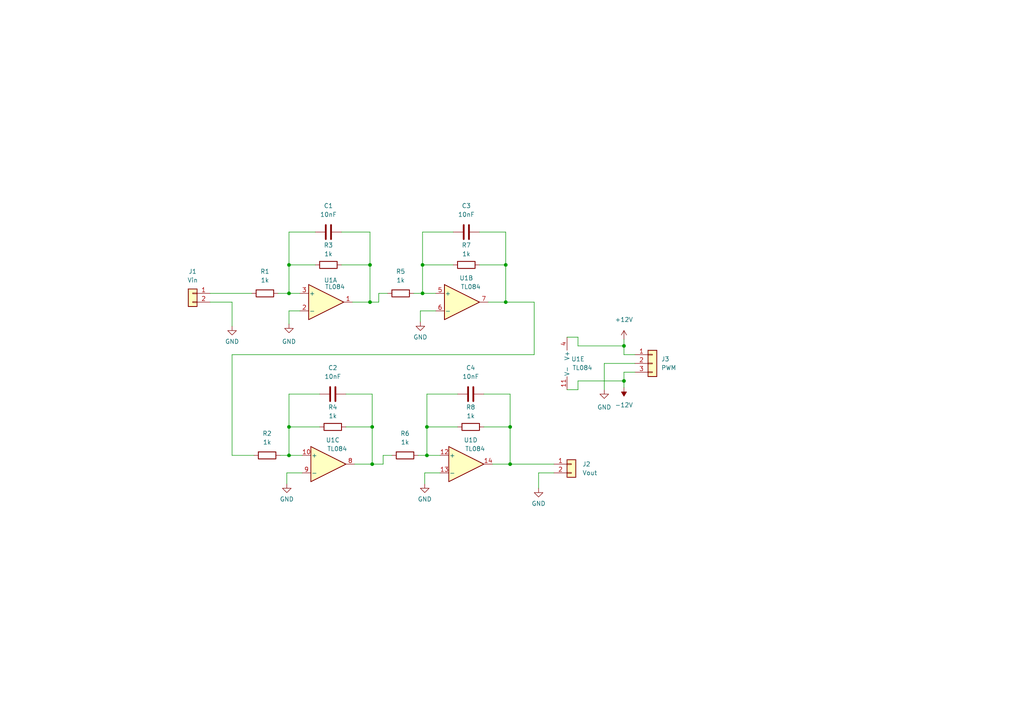
<source format=kicad_sch>
(kicad_sch (version 20211123) (generator eeschema)
  (paper "A4")
  (title_block (title "Circuito SMD") (date "2022-04-25") (rev "0.0.1") (company "Brynden Corp.") (comment 1 "Autor: Eng. Tarcísio Souza de Melo"))
  (lib_symbols
    (symbol "Amplifier_Operational:TL084" (pin_names (offset 0.127))
      (property "Reference" "U" (at 0 5.08 0))
      (property "Value" "TL084" (at 0 -5.08 0))
      (symbol "TL084_1_1"
        (polyline (pts (xy -5.08 5.08) (xy 5.08 0) (xy -5.08 -5.08) (xy -5.08 5.08)) (stroke (width 0.254)) (fill (type background)))
        (pin output line (at 7.62 0 180) (length 2.54) (name "~") (number "1"))
        (pin input line (at -7.62 -2.54 0) (length 2.54) (name "-") (number "2"))
        (pin input line (at -7.62 2.54 0) (length 2.54) (name "+") (number "3"))
      )
      (symbol "TL084_2_1"
        (polyline (pts (xy -5.08 5.08) (xy 5.08 0) (xy -5.08 -5.08) (xy -5.08 5.08)) (stroke (width 0.254)) (fill (type background)))
        (pin input line (at -7.62 2.54 0) (length 2.54) (name "+") (number "5"))
        (pin input line (at -7.62 -2.54 0) (length 2.54) (name "-") (number "6"))
        (pin output line (at 7.62 0 180) (length 2.54) (name "~") (number "7"))
      )
      (symbol "TL084_3_1"
        (polyline (pts (xy -5.08 5.08) (xy 5.08 0) (xy -5.08 -5.08) (xy -5.08 5.08)) (stroke (width 0.254)) (fill (type background)))
        (pin input line (at -7.62 2.54 0) (length 2.54) (name "+") (number "10"))
        (pin output line (at 7.62 0 180) (length 2.54) (name "~") (number "8"))
        (pin input line (at -7.62 -2.54 0) (length 2.54) (name "-") (number "9"))
      )
      (symbol "TL084_4_1"
        (polyline (pts (xy -5.08 5.08) (xy 5.08 0) (xy -5.08 -5.08) (xy -5.08 5.08)) (stroke (width 0.254)) (fill (type background)))
        (pin input line (at -7.62 2.54 0) (length 2.54) (name "+") (number "12"))
        (pin input line (at -7.62 -2.54 0) (length 2.54) (name "-") (number "13"))
        (pin output line (at 7.62 0 180) (length 2.54) (name "~") (number "14"))
      )
      (symbol "TL084_5_1"
        (pin power_in line (at -2.54 -7.62 90) (length 3.81) (name "V-") (number "11"))
        (pin power_in line (at -2.54 7.62 270) (length 3.81) (name "V+") (number "4"))
      )
    )
    (symbol "Connector_Generic:Conn_01x02" (pin_names (offset 1.016) hide)
      (property "Reference" "J" (at 0 2.54 0))
      (property "Value" "Conn_01x02" (at 0 -5.08 0))
      (symbol "Conn_01x02_1_1"
        (rectangle (start -1.27 -2.413) (end 0 -2.667) (stroke (width 0.1524)))
        (rectangle (start -1.27 0.127) (end 0 -0.127) (stroke (width 0.1524)))
        (rectangle (start -1.27 1.27) (end 1.27 -3.81) (stroke (width 0.254)) (fill (type background)))
        (pin passive line (at -5.08 0 0) (length 3.81) (name "Pin_1") (number "1"))
        (pin passive line (at -5.08 -2.54 0) (length 3.81) (name "Pin_2") (number "2"))
      )
    )
    (symbol "Connector_Generic:Conn_01x03" (pin_names (offset 1.016) hide)
      (property "Reference" "J" (at 0 5.08 0))
      (property "Value" "Conn_01x03" (at 0 -5.08 0))
      (symbol "Conn_01x03_1_1"
        (rectangle (start -1.27 -2.413) (end 0 -2.667) (stroke (width 0.1524)))
        (rectangle (start -1.27 0.127) (end 0 -0.127) (stroke (width 0.1524)))
        (rectangle (start -1.27 2.667) (end 0 2.413) (stroke (width 0.1524)))
        (rectangle (start -1.27 3.81) (end 1.27 -3.81) (stroke (width 0.254)) (fill (type background)))
        (pin passive line (at -5.08 2.54 0) (length 3.81) (name "Pin_1") (number "1"))
        (pin passive line (at -5.08 0 0) (length 3.81) (name "Pin_2") (number "2"))
        (pin passive line (at -5.08 -2.54 0) (length 3.81) (name "Pin_3") (number "3"))
      )
    )
    (symbol "Device:C" (pin_numbers hide) (pin_names (offset 0.254))
      (property "Reference" "C" (at 0.635 2.54 0))
      (property "Value" "C" (at 0.635 -2.54 0))
      (symbol "C_0_1"
        (polyline (pts (xy -2.032 -0.762) (xy 2.032 -0.762)) (stroke (width 0.508)))
        (polyline (pts (xy -2.032 0.762) (xy 2.032 0.762)) (stroke (width 0.508)))
      )
      (symbol "C_1_1"
        (pin passive line (at 0 3.81 270) (length 2.794) (name "~") (number "1"))
        (pin passive line (at 0 -3.81 90) (length 2.794) (name "~") (number "2"))
      )
    )
    (symbol "Device:R" (pin_numbers hide) (pin_names (offset 0))
      (property "Reference" "R" (at 2.032 0 90))
      (property "Value" "R" (at 0 0 90))
      (symbol "R_0_1"
        (rectangle (start -1.016 -2.54) (end 1.016 2.54) (stroke (width 0.254)))
      )
      (symbol "R_1_1"
        (pin passive line (at 0 3.81 270) (length 1.27) (name "~") (number "1"))
        (pin passive line (at 0 -3.81 90) (length 1.27) (name "~") (number "2"))
      )
    )
    (symbol "power:+12V" (power) (pin_names (offset 0))
      (property "Value" "+12V" (at 0 3.556 0))
      (symbol "+12V_0_1"
        (polyline (pts (xy -0.762 1.27) (xy 0 2.54)))
        (polyline (pts (xy 0 0) (xy 0 2.54)))
        (polyline (pts (xy 0 2.54) (xy 0.762 1.27)))
      )
      (symbol "+12V_1_1"
        (pin power_in line (at 0 0 90) (length 0) hide (name "+12V") (number "1"))
      )
    )
    (symbol "power:-12V" (power) (pin_names (offset 0))
      (property "Value" "-12V" (at 0 3.81 0))
      (symbol "-12V_0_0"
        (pin power_in line (at 0 0 90) (length 0) hide (name "-12V") (number "1"))
      )
      (symbol "-12V_0_1"
        (polyline (pts (xy 0 0) (xy 0 1.27) (xy 0.762 1.27) (xy 0 2.54) (xy -0.762 1.27) (xy 0 1.27)) (fill (type outline)))
      )
    )
    (symbol "power:GND" (power) (pin_names (offset 0))
      (property "Value" "GND" (at 0 -3.81 0))
      (symbol "GND_0_1"
        (polyline (pts (xy 0 0) (xy 0 -1.27) (xy 1.27 -1.27) (xy 0 -2.54) (xy -1.27 -1.27) (xy 0 -1.27)))
      )
      (symbol "GND_1_1"
        (pin power_in line (at 0 0 270) (length 0) hide (name "GND") (number "1"))
      )
    )
  )
  (junction (at 83.82 85.09))
  (junction (at 147.955 134.62))
  (junction (at 146.685 87.63))
  (junction (at 83.82 123.825))
  (junction (at 147.955 123.825))
  (junction (at 146.685 76.835))
  (junction (at 122.555 85.09))
  (junction (at 83.82 132.08))
  (junction (at 123.825 132.08))
  (junction (at 180.975 100.33))
  (junction (at 122.555 76.835))
  (junction (at 107.95 123.825))
  (junction (at 107.315 76.835))
  (junction (at 107.95 134.62))
  (junction (at 180.975 110.49))
  (junction (at 107.315 87.63))
  (junction (at 83.82 76.835))
  (junction (at 123.825 123.825))
  (wire (pts (xy 92.71 123.825) (xy 83.82 123.825)))
  (wire (pts (xy 83.82 90.17) (xy 86.995 90.17)))
  (wire (pts (xy 123.19 140.335) (xy 123.19 137.16)))
  (wire (pts (xy 180.975 107.95) (xy 180.975 110.49)))
  (wire (pts (xy 121.285 132.08) (xy 123.825 132.08)))
  (wire (pts (xy 164.465 97.79) (xy 167.64 97.79)))
  (wire (pts (xy 146.685 76.835) (xy 146.685 87.63)))
  (wire (pts (xy 175.26 113.03) (xy 175.26 105.41)))
  (wire (pts (xy 67.31 102.87) (xy 67.31 132.08)))
  (wire (pts (xy 132.715 114.3) (xy 123.825 114.3)))
  (wire (pts (xy 164.465 113.03) (xy 167.64 113.03)))
  (wire (pts (xy 167.64 97.79) (xy 167.64 100.33)))
  (wire (pts (xy 121.92 93.345) (xy 121.92 90.17)))
  (wire (pts (xy 83.82 85.09) (xy 86.995 85.09)))
  (wire (pts (xy 147.955 134.62) (xy 160.655 134.62)))
  (wire (pts (xy 139.065 76.835) (xy 146.685 76.835)))
  (wire (pts (xy 99.06 67.31) (xy 107.315 67.31)))
  (wire (pts (xy 91.44 67.31) (xy 83.82 67.31)))
  (wire (pts (xy 131.445 67.31) (xy 122.555 67.31)))
  (wire (pts (xy 123.825 123.825) (xy 123.825 132.08)))
  (wire (pts (xy 100.33 123.825) (xy 107.95 123.825)))
  (wire (pts (xy 156.21 137.16) (xy 156.21 141.605)))
  (wire (pts (xy 102.87 134.62) (xy 107.95 134.62)))
  (wire (pts (xy 140.335 114.3) (xy 147.955 114.3)))
  (wire (pts (xy 80.645 85.09) (xy 83.82 85.09)))
  (wire (pts (xy 167.64 100.33) (xy 180.975 100.33)))
  (wire (pts (xy 99.06 76.835) (xy 107.315 76.835)))
  (wire (pts (xy 83.82 132.08) (xy 87.63 132.08)))
  (wire (pts (xy 180.975 102.87) (xy 184.15 102.87)))
  (wire (pts (xy 83.82 123.825) (xy 83.82 132.08)))
  (wire (pts (xy 107.315 87.63) (xy 109.855 87.63)))
  (wire (pts (xy 146.685 67.31) (xy 146.685 76.835)))
  (wire (pts (xy 167.64 110.49) (xy 180.975 110.49)))
  (wire (pts (xy 123.825 114.3) (xy 123.825 123.825)))
  (wire (pts (xy 67.31 94.615) (xy 67.31 87.63)))
  (wire (pts (xy 147.955 123.825) (xy 147.955 134.62)))
  (wire (pts (xy 123.825 132.08) (xy 127.635 132.08)))
  (wire (pts (xy 120.015 85.09) (xy 122.555 85.09)))
  (wire (pts (xy 180.975 100.33) (xy 180.975 102.87)))
  (wire (pts (xy 109.855 87.63) (xy 109.855 85.09)))
  (wire (pts (xy 123.19 137.16) (xy 127.635 137.16)))
  (wire (pts (xy 107.315 87.63) (xy 102.235 87.63)))
  (wire (pts (xy 83.185 140.335) (xy 83.185 137.16)))
  (wire (pts (xy 83.185 137.16) (xy 87.63 137.16)))
  (wire (pts (xy 175.26 105.41) (xy 184.15 105.41)))
  (wire (pts (xy 83.82 114.3) (xy 83.82 123.825)))
  (wire (pts (xy 141.605 87.63) (xy 146.685 87.63)))
  (wire (pts (xy 100.33 114.3) (xy 107.95 114.3)))
  (wire (pts (xy 107.95 134.62) (xy 111.125 134.62)))
  (wire (pts (xy 109.855 85.09) (xy 112.395 85.09)))
  (wire (pts (xy 60.96 85.09) (xy 73.025 85.09)))
  (wire (pts (xy 147.955 114.3) (xy 147.955 123.825)))
  (wire (pts (xy 139.065 67.31) (xy 146.685 67.31)))
  (wire (pts (xy 92.71 114.3) (xy 83.82 114.3)))
  (wire (pts (xy 122.555 85.09) (xy 126.365 85.09)))
  (wire (pts (xy 180.975 107.95) (xy 184.15 107.95)))
  (wire (pts (xy 160.655 137.16) (xy 156.21 137.16)))
  (wire (pts (xy 111.125 132.08) (xy 111.125 134.62)))
  (wire (pts (xy 91.44 76.835) (xy 83.82 76.835)))
  (wire (pts (xy 121.92 90.17) (xy 126.365 90.17)))
  (wire (pts (xy 154.94 87.63) (xy 154.94 102.87)))
  (wire (pts (xy 140.335 123.825) (xy 147.955 123.825)))
  (wire (pts (xy 132.715 123.825) (xy 123.825 123.825)))
  (wire (pts (xy 107.95 114.3) (xy 107.95 123.825)))
  (wire (pts (xy 122.555 67.31) (xy 122.555 76.835)))
  (wire (pts (xy 146.685 87.63) (xy 154.94 87.63)))
  (wire (pts (xy 131.445 76.835) (xy 122.555 76.835)))
  (wire (pts (xy 107.315 67.31) (xy 107.315 76.835)))
  (wire (pts (xy 113.665 132.08) (xy 111.125 132.08)))
  (wire (pts (xy 67.31 132.08) (xy 73.66 132.08)))
  (wire (pts (xy 67.31 87.63) (xy 60.96 87.63)))
  (wire (pts (xy 180.975 98.425) (xy 180.975 100.33)))
  (wire (pts (xy 83.82 93.98) (xy 83.82 90.17)))
  (wire (pts (xy 83.82 67.31) (xy 83.82 76.835)))
  (wire (pts (xy 142.875 134.62) (xy 147.955 134.62)))
  (wire (pts (xy 167.64 113.03) (xy 167.64 110.49)))
  (wire (pts (xy 180.975 110.49) (xy 180.975 112.395)))
  (wire (pts (xy 107.315 76.835) (xy 107.315 87.63)))
  (wire (pts (xy 107.95 123.825) (xy 107.95 134.62)))
  (wire (pts (xy 122.555 76.835) (xy 122.555 85.09)))
  (wire (pts (xy 83.82 76.835) (xy 83.82 85.09)))
  (wire (pts (xy 81.28 132.08) (xy 83.82 132.08)))
  (wire (pts (xy 154.94 102.87) (xy 67.31 102.87)))
  (symbol (lib_id "Device:C") (at 96.52 114.3 90) (unit 1)
    (property "Reference" "C2" (at 96.52 106.68 90))
    (property "Value" "10nF" (at 96.52 109.22 90))
    (property "Footprint" "Capacitor_SMD:C_0805_2012Metric" (effects hide))
  )
  (symbol (lib_id "Amplifier_Operational:TL084") (at 95.25 134.62 0) (unit 3)
    (property "Reference" "U1" (at 96.52 127.635 0))
    (property "Value" "TL084" (at 97.79 130.175 0))
    (property "Footprint" "Package_SO:TSSOP-14_4.4x5mm_P0.65mm" (effects hide))
    (property "Datasheet" "http://www.ti.com/lit/ds/symlink/tl081.pdf" (effects hide))
  )
  (symbol (lib_id "Amplifier_Operational:TL084") (at 94.615 87.63 0) (unit 1)
    (property "Reference" "U1" (at 95.885 81.28 0))
    (property "Value" "TL084" (at 97.155 83.185 0))
    (property "Footprint" "Package_SO:TSSOP-14_4.4x5mm_P0.65mm" (effects hide))
    (property "Datasheet" "http://www.ti.com/lit/ds/symlink/tl081.pdf" (effects hide))
  )
  (symbol (lib_id "Device:R") (at 116.205 85.09 90) (unit 1)
    (property "Reference" "R5" (at 116.205 78.74 90))
    (property "Value" "1k" (at 116.205 81.28 90))
    (property "Footprint" "Resistor_SMD:R_0805_2012Metric" (effects hide))
  )
  (symbol (lib_id "Device:R") (at 117.475 132.08 90) (unit 1)
    (property "Reference" "R6" (at 117.475 125.73 90))
    (property "Value" "1k" (at 117.475 128.27 90))
    (property "Footprint" "Resistor_SMD:R_0805_2012Metric" (effects hide))
  )
  (symbol (lib_id "Device:R") (at 95.25 76.835 90) (unit 1)
    (property "Reference" "R3" (at 95.25 71.12 90))
    (property "Value" "1k" (at 95.25 73.66 90))
    (property "Footprint" "Resistor_SMD:R_0805_2012Metric" (effects hide))
  )
  (symbol (lib_id "Connector_Generic:Conn_01x02") (at 55.88 85.09 0) (mirror y) (unit 1)
    (property "Reference" "J1" (at 55.88 78.74 0))
    (property "Value" "Vin" (at 55.88 81.28 0))
    (property "Footprint" "Connector_PinHeader_2.00mm:PinHeader_1x02_P2.00mm_Vertical" (effects hide))
  )
  (symbol (lib_id "Device:R") (at 77.47 132.08 90) (unit 1)
    (property "Reference" "R2" (at 77.47 125.73 90))
    (property "Value" "1k" (at 77.47 128.27 90))
    (property "Footprint" "Resistor_SMD:R_0805_2012Metric" (effects hide))
  )
  (symbol (lib_id "power:GND") (at 175.26 113.03 0) (unit 1)
    (property "Reference" "#PWR07" (effects hide))
    (property "Value" "GND" (at 175.26 118.11 0))
  )
  (symbol (lib_id "power:+12V") (at 180.975 98.425 0) (unit 1)
    (property "Reference" "#PWR08" (effects hide))
    (property "Value" "+12V" (at 180.975 92.71 0))
  )
  (symbol (lib_id "power:GND") (at 156.21 141.605 0) (unit 1)
    (property "Reference" "#PWR06" (effects hide))
    (property "Value" "GND" (at 156.21 146.05 0))
  )
  (symbol (lib_id "power:GND") (at 123.19 140.335 0) (unit 1)
    (property "Reference" "#PWR05" (effects hide))
    (property "Value" "GND" (at 123.19 144.78 0))
  )
  (symbol (lib_id "Amplifier_Operational:TL084") (at 133.985 87.63 0) (unit 2)
    (property "Reference" "U1" (at 135.255 80.645 0))
    (property "Value" "TL084" (at 136.525 83.185 0))
    (property "Footprint" "Package_SO:TSSOP-14_4.4x5mm_P0.65mm" (effects hide))
    (property "Datasheet" "http://www.ti.com/lit/ds/symlink/tl081.pdf" (effects hide))
  )
  (symbol (lib_id "power:GND") (at 121.92 93.345 0) (unit 1)
    (property "Reference" "#PWR04" (effects hide))
    (property "Value" "GND" (at 121.92 97.79 0))
  )
  (symbol (lib_id "Amplifier_Operational:TL084") (at 135.255 134.62 0) (unit 4)
    (property "Reference" "U1" (at 136.525 127.635 0))
    (property "Value" "TL084" (at 137.795 130.175 0))
    (property "Footprint" "Package_SO:TSSOP-14_4.4x5mm_P0.65mm" (effects hide))
    (property "Datasheet" "http://www.ti.com/lit/ds/symlink/tl081.pdf" (effects hide))
  )
  (symbol (lib_id "Connector_Generic:Conn_01x02") (at 165.735 134.62 0) (unit 1)
    (property "Reference" "J2" (at 168.91 134.6199 0) (effects (justify left)))
    (property "Value" "Vout" (at 168.91 137.1599 0) (effects (justify left)))
    (property "Footprint" "Connector_PinHeader_2.00mm:PinHeader_1x02_P2.00mm_Vertical" (effects hide))
  )
  (symbol (lib_id "Device:R") (at 96.52 123.825 90) (unit 1)
    (property "Reference" "R4" (at 96.52 118.11 90))
    (property "Value" "1k" (at 96.52 120.65 90))
    (property "Footprint" "Resistor_SMD:R_0805_2012Metric" (effects hide))
  )
  (symbol (lib_id "Amplifier_Operational:TL084") (at 167.005 105.41 0) (unit 5)
    (property "Reference" "U1" (at 167.64 104.14 0))
    (property "Value" "TL084" (at 168.91 106.68 0))
    (property "Footprint" "Package_SO:TSSOP-14_4.4x5mm_P0.65mm" (effects hide))
    (property "Datasheet" "http://www.ti.com/lit/ds/symlink/tl081.pdf" (effects hide))
  )
  (symbol (lib_id "power:-12V") (at 180.975 112.395 0) (mirror x) (unit 1)
    (property "Reference" "#PWR09" (effects hide))
    (property "Value" "-12V" (at 180.975 117.475 0))
  )
  (symbol (lib_id "power:GND") (at 83.185 140.335 0) (unit 1)
    (property "Reference" "#PWR02" (effects hide))
    (property "Value" "GND" (at 83.185 144.78 0))
  )
  (symbol (lib_id "Connector_Generic:Conn_01x03") (at 189.23 105.41 0) (unit 1)
    (property "Reference" "J3" (at 191.77 104.1399 0) (effects (justify left)))
    (property "Value" "PWM" (at 191.77 106.6799 0) (effects (justify left)))
    (property "Footprint" "Connector_PinHeader_2.00mm:PinHeader_1x03_P2.00mm_Vertical" (effects hide))
  )
  (symbol (lib_id "Device:R") (at 135.255 76.835 90) (unit 1)
    (property "Reference" "R7" (at 135.255 71.12 90))
    (property "Value" "1k" (at 135.255 73.66 90))
    (property "Footprint" "Resistor_SMD:R_0805_2012Metric" (effects hide))
  )
  (symbol (lib_id "Device:C") (at 135.255 67.31 90) (unit 1)
    (property "Reference" "C3" (at 135.255 59.69 90))
    (property "Value" "10nF" (at 135.255 62.23 90))
    (property "Footprint" "Capacitor_SMD:C_0805_2012Metric" (effects hide))
  )
  (symbol (lib_id "Device:R") (at 76.835 85.09 90) (unit 1)
    (property "Reference" "R1" (at 76.835 78.74 90))
    (property "Value" "1k" (at 76.835 81.28 90))
    (property "Footprint" "Resistor_SMD:R_0805_2012Metric" (effects hide))
  )
  (symbol (lib_id "power:GND") (at 67.31 94.615 0) (unit 1)
    (property "Reference" "#PWR01" (effects hide))
    (property "Value" "GND" (at 67.31 99.06 0))
  )
  (symbol (lib_id "Device:R") (at 136.525 123.825 90) (unit 1)
    (property "Reference" "R8" (at 136.525 118.11 90))
    (property "Value" "1k" (at 136.525 120.65 90))
    (property "Footprint" "Resistor_SMD:R_0805_2012Metric" (effects hide))
  )
  (symbol (lib_id "Device:C") (at 95.25 67.31 90) (unit 1)
    (property "Reference" "C1" (at 95.25 59.69 90))
    (property "Value" "10nF" (at 95.25 62.23 90))
    (property "Footprint" "Capacitor_SMD:C_0805_2012Metric" (effects hide))
  )
  (symbol (lib_id "power:GND") (at 83.82 93.98 0) (unit 1)
    (property "Reference" "#PWR03" (effects hide))
    (property "Value" "GND" (at 83.82 99.06 0))
  )
  (symbol (lib_id "Device:C") (at 136.525 114.3 90) (unit 1)
    (property "Reference" "C4" (at 136.525 106.68 90))
    (property "Value" "10nF" (at 136.525 109.22 90))
    (property "Footprint" "Capacitor_SMD:C_0805_2012Metric" (effects hide))
  )
)
</source>
